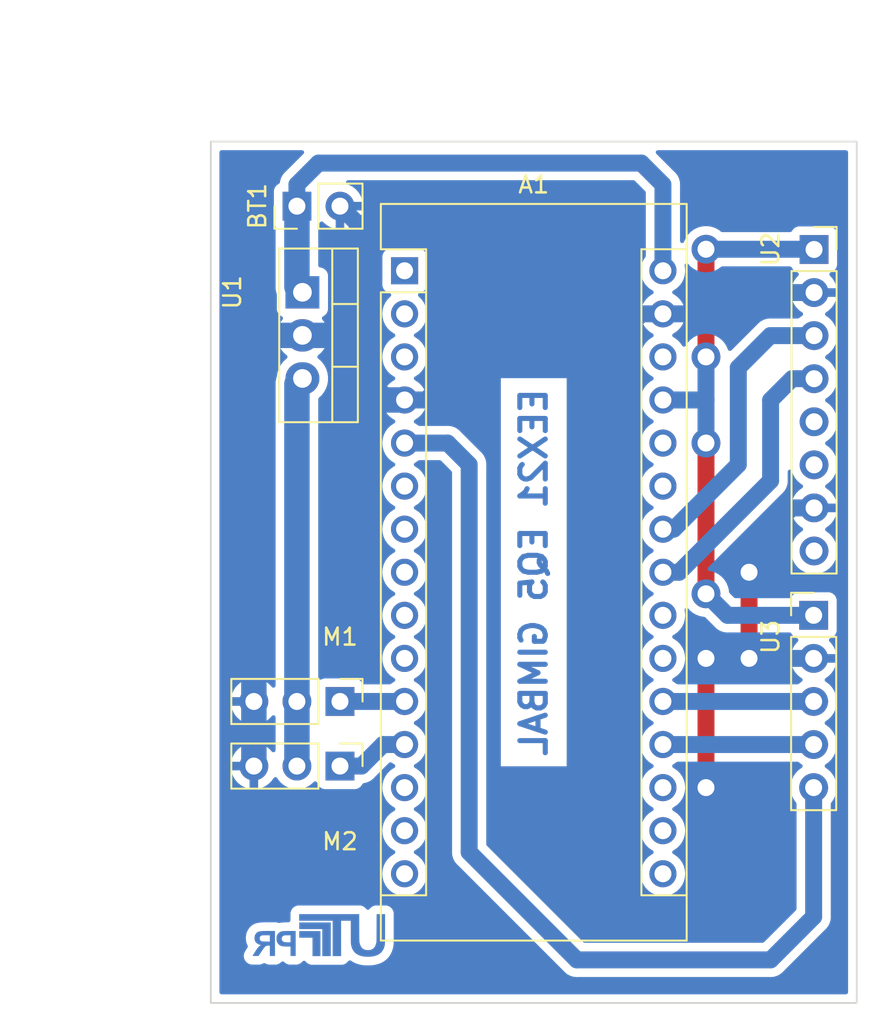
<source format=kicad_pcb>
(kicad_pcb (version 20211014) (generator pcbnew)
  (layers (0 "F.Cu" signal) (31 "B.Cu" signal) (34 "B.Paste" user) (35 "F.Paste" user) (36 "B.SilkS" user "B.Silkscreen") (37 "F.SilkS" user "F.Silkscreen") (38 "B.Mask" user) (39 "F.Mask" user) (44 "Edge.Cuts" user))
  (net 0 "")
  (net 4 "Earth")
  (net 5 "Net-(A1-Pad5)")
  (net 11 "Net-(A1-Pad11)")
  (net 12 "Net-(A1-Pad12)")
  (net 19 "Net-(A1-Pad19)")
  (net 20 "Net-(A1-Pad20)")
  (net 23 "Net-(A1-Pad23)")
  (net 24 "Net-(A1-Pad24)")
  (net 27 "+5V")
  (net 29 "VCC")
  (net 30 "Net-(M1-Pad2)")
  (footprint "Connector_PinHeader_2.54mm:PinHeader_1x03_P2.54mm_Vertical" (layer "F.Cu") (at 138.43 97.79 -90)
    (fp_text reference "M1" (at -3.81 0) (layer "F.SilkS"))
    (fp_text value "Motor_Servo")
    (fp_line (start -1.33 1.27) (end 1.33 1.27) (layer "F.SilkS") (width 0.12))
    (fp_line (start -1.33 6.41) (end 1.33 6.41) (layer "F.SilkS") (width 0.12))
    (fp_line (start -1.33 -1.33) (end 0 -1.33) (layer "F.SilkS") (width 0.12))
    (fp_line (start -1.33 1.27) (end -1.33 6.41) (layer "F.SilkS") (width 0.12))
    (fp_line (start -1.33 0) (end -1.33 -1.33) (layer "F.SilkS") (width 0.12))
    (fp_line (start 1.33 1.27) (end 1.33 6.41) (layer "F.SilkS") (width 0.12))
    (pad "1" thru_hole rect (at 0 0 270) (size 1.7 1.7) (drill 1) (layers *.Cu *.Mask) (net 11 "Net-(A1-Pad11)"))
    (pad "2" thru_hole oval (at 0 2.54 270) (size 1.7 1.7) (drill 1) (layers *.Cu *.Mask) (net 30 "Net-(M1-Pad2)"))
    (pad "3" thru_hole oval (at 0 5.08 270) (size 1.7 1.7) (drill 1) (layers *.Cu *.Mask) (net 4 "Earth"))
  )
  (footprint "Connector_PinHeader_2.54mm:PinHeader_1x02_P2.54mm_Vertical" (layer "F.Cu") (at 135.89 68.58 90)
    (fp_text reference "BT1" (at 0 -2.33 90) (layer "F.SilkS"))
    (fp_text value "7.4V")
    (fp_line (start -1.33 1.27) (end 1.33 1.27) (layer "F.SilkS") (width 0.12))
    (fp_line (start -1.33 1.27) (end -1.33 3.87) (layer "F.SilkS") (width 0.12))
    (fp_line (start 1.33 1.27) (end 1.33 3.87) (layer "F.SilkS") (width 0.12))
    (fp_line (start -1.33 3.87) (end 1.33 3.87) (layer "F.SilkS") (width 0.12))
    (fp_line (start -1.33 -1.33) (end 0 -1.33) (layer "F.SilkS") (width 0.12))
    (fp_line (start -1.33 0) (end -1.33 -1.33) (layer "F.SilkS") (width 0.12))
    (pad "1" thru_hole rect (at 0 0 90) (size 1.7 1.7) (drill 1) (layers *.Cu *.Mask) (net 29 "VCC"))
    (pad "2" thru_hole oval (at 0 2.54 90) (size 1.7 1.7) (drill 1) (layers *.Cu *.Mask) (net 4 "Earth"))
  )
  (footprint "Module:Arduino_Nano" (layer "F.Cu") (at 142.24 72.39)
    (fp_text reference "A1" (at 7.62 -5.08) (layer "F.SilkS"))
    (fp_text value "Arduino_Nano_v3.x")
    (fp_line (start 1.27 1.27) (end 1.27 -1.27) (layer "F.SilkS") (width 0.12))
    (fp_line (start 13.97 -1.27) (end 13.97 36.83) (layer "F.SilkS") (width 0.12))
    (fp_line (start 1.27 36.83) (end -1.4 36.83) (layer "F.SilkS") (width 0.12))
    (fp_line (start 1.27 -1.27) (end -1.4 -1.27) (layer "F.SilkS") (width 0.12))
    (fp_line (start -1.4 39.5) (end 16.64 39.5) (layer "F.SilkS") (width 0.12))
    (fp_line (start 13.97 -1.27) (end 16.64 -1.27) (layer "F.SilkS") (width 0.12))
    (fp_line (start 1.27 1.27) (end -1.4 1.27) (layer "F.SilkS") (width 0.12))
    (fp_line (start 1.27 1.27) (end 1.27 36.83) (layer "F.SilkS") (width 0.12))
    (fp_line (start -1.4 1.27) (end -1.4 39.5) (layer "F.SilkS") (width 0.12))
    (fp_line (start 16.64 -3.94) (end -1.4 -3.94) (layer "F.SilkS") (width 0.12))
    (fp_line (start 16.64 39.5) (end 16.64 -3.94) (layer "F.SilkS") (width 0.12))
    (fp_line (start -1.4 -3.94) (end -1.4 -1.27) (layer "F.SilkS") (width 0.12))
    (fp_line (start 13.97 36.83) (end 16.64 36.83) (layer "F.SilkS") (width 0.12))
    (pad "1" thru_hole rect (at 0 0) (size 1.6 1.6) (drill 1) (layers *.Cu *.Mask))
    (pad "2" thru_hole oval (at 0 2.54) (size 1.6 1.6) (drill 1) (layers *.Cu *.Mask))
    (pad "3" thru_hole oval (at 0 5.08) (size 1.6 1.6) (drill 1) (layers *.Cu *.Mask))
    (pad "4" thru_hole oval (at 0 7.62) (size 1.6 1.6) (drill 1) (layers *.Cu *.Mask) (net 4 "Earth"))
    (pad "5" thru_hole oval (at 0 10.16) (size 1.6 1.6) (drill 1) (layers *.Cu *.Mask) (net 5 "Net-(A1-Pad5)"))
    (pad "6" thru_hole oval (at 0 12.7) (size 1.6 1.6) (drill 1) (layers *.Cu *.Mask))
    (pad "7" thru_hole oval (at 0 15.24) (size 1.6 1.6) (drill 1) (layers *.Cu *.Mask))
    (pad "8" thru_hole oval (at 0 17.78) (size 1.6 1.6) (drill 1) (layers *.Cu *.Mask))
    (pad "9" thru_hole oval (at 0 20.32) (size 1.6 1.6) (drill 1) (layers *.Cu *.Mask))
    (pad "10" thru_hole oval (at 0 22.86) (size 1.6 1.6) (drill 1) (layers *.Cu *.Mask))
    (pad "11" thru_hole oval (at 0 25.4) (size 1.6 1.6) (drill 1) (layers *.Cu *.Mask) (net 11 "Net-(A1-Pad11)"))
    (pad "12" thru_hole oval (at 0 27.94) (size 1.6 1.6) (drill 1) (layers *.Cu *.Mask) (net 12 "Net-(A1-Pad12)"))
    (pad "13" thru_hole oval (at 0 30.48) (size 1.6 1.6) (drill 1) (layers *.Cu *.Mask))
    (pad "14" thru_hole oval (at 0 33.02) (size 1.6 1.6) (drill 1) (layers *.Cu *.Mask))
    (pad "15" thru_hole oval (at 0 35.56) (size 1.6 1.6) (drill 1) (layers *.Cu *.Mask))
    (pad "16" thru_hole oval (at 15.24 35.56) (size 1.6 1.6) (drill 1) (layers *.Cu *.Mask))
    (pad "17" thru_hole oval (at 15.24 33.02) (size 1.6 1.6) (drill 1) (layers *.Cu *.Mask))
    (pad "18" thru_hole oval (at 15.24 30.48) (size 1.6 1.6) (drill 1) (layers *.Cu *.Mask))
    (pad "19" thru_hole oval (at 15.24 27.94) (size 1.6 1.6) (drill 1) (layers *.Cu *.Mask) (net 19 "Net-(A1-Pad19)"))
    (pad "20" thru_hole oval (at 15.24 25.4) (size 1.6 1.6) (drill 1) (layers *.Cu *.Mask) (net 20 "Net-(A1-Pad20)"))
    (pad "21" thru_hole oval (at 15.24 22.86) (size 1.6 1.6) (drill 1) (layers *.Cu *.Mask))
    (pad "22" thru_hole oval (at 15.24 20.32) (size 1.6 1.6) (drill 1) (layers *.Cu *.Mask))
    (pad "23" thru_hole oval (at 15.24 17.78) (size 1.6 1.6) (drill 1) (layers *.Cu *.Mask) (net 23 "Net-(A1-Pad23)"))
    (pad "24" thru_hole oval (at 15.24 15.24) (size 1.6 1.6) (drill 1) (layers *.Cu *.Mask) (net 24 "Net-(A1-Pad24)"))
    (pad "25" thru_hole oval (at 15.24 12.7) (size 1.6 1.6) (drill 1) (layers *.Cu *.Mask))
    (pad "26" thru_hole oval (at 15.24 10.16) (size 1.6 1.6) (drill 1) (layers *.Cu *.Mask))
    (pad "27" thru_hole oval (at 15.24 7.62) (size 1.6 1.6) (drill 1) (layers *.Cu *.Mask) (net 27 "+5V"))
    (pad "28" thru_hole oval (at 15.24 5.08) (size 1.6 1.6) (drill 1) (layers *.Cu *.Mask))
    (pad "29" thru_hole oval (at 15.24 2.54) (size 1.6 1.6) (drill 1) (layers *.Cu *.Mask) (net 4 "Earth"))
    (pad "30" thru_hole oval (at 15.24 0) (size 1.6 1.6) (drill 1) (layers *.Cu *.Mask) (net 29 "VCC"))
  )
  (footprint "Package_TO_SOT_THT:TO-220-3_Vertical" (layer "F.Cu") (at 136.215 73.66 -90)
    (fp_text reference "U1" (at 0 4.135 90) (layer "F.SilkS"))
    (fp_text value "LM7805_TO220")
    (fp_line (start -2.58 -1.76) (end 7.66 -1.76) (layer "F.SilkS") (width 0.12))
    (fp_line (start -2.58 -3.27) (end -2.58 1.371) (layer "F.SilkS") (width 0.12))
    (fp_line (start 4.391 -3.27) (end 4.391 -1.76) (layer "F.SilkS") (width 0.12))
    (fp_line (start -2.58 1.371) (end 7.66 1.371) (layer "F.SilkS") (width 0.12))
    (fp_line (start 0.69 -3.27) (end 0.69 -1.76) (layer "F.SilkS") (width 0.12))
    (fp_line (start -2.58 -3.27) (end 7.66 -3.27) (layer "F.SilkS") (width 0.12))
    (fp_line (start 7.66 -3.27) (end 7.66 1.371) (layer "F.SilkS") (width 0.12))
    (pad "1" thru_hole rect (at 0 0 270) (size 1.905 2) (drill 1.1) (layers *.Cu *.Mask) (net 29 "VCC"))
    (pad "2" thru_hole oval (at 2.54 0 270) (size 1.905 2) (drill 1.1) (layers *.Cu *.Mask) (net 4 "Earth"))
    (pad "3" thru_hole oval (at 5.08 0 270) (size 1.905 2) (drill 1.1) (layers *.Cu *.Mask) (net 30 "Net-(M1-Pad2)"))
  )
  (footprint "Connector_PinHeader_2.54mm:PinHeader_1x05_P2.54mm_Vertical" (layer "F.Cu") (at 166.37 92.71)
    (fp_text reference "U3" (at -2.54 1.27 90) (layer "F.SilkS"))
    (fp_text value "Joystick")
    (fp_line (start -1.33 1.27) (end -1.33 11.49) (layer "F.SilkS") (width 0.12))
    (fp_line (start -1.33 1.27) (end 1.33 1.27) (layer "F.SilkS") (width 0.12))
    (fp_line (start 1.33 1.27) (end 1.33 11.49) (layer "F.SilkS") (width 0.12))
    (fp_line (start -1.33 11.49) (end 1.33 11.49) (layer "F.SilkS") (width 0.12))
    (fp_line (start -1.33 0) (end -1.33 -1.33) (layer "F.SilkS") (width 0.12))
    (fp_line (start -1.33 -1.33) (end 0 -1.33) (layer "F.SilkS") (width 0.12))
    (pad "1" thru_hole rect (at 0 0) (size 1.7 1.7) (drill 1) (layers *.Cu *.Mask) (net 27 "+5V"))
    (pad "2" thru_hole oval (at 0 2.54) (size 1.7 1.7) (drill 1) (layers *.Cu *.Mask) (net 4 "Earth"))
    (pad "3" thru_hole oval (at 0 5.08) (size 1.7 1.7) (drill 1) (layers *.Cu *.Mask) (net 20 "Net-(A1-Pad20)"))
    (pad "4" thru_hole oval (at 0 7.62) (size 1.7 1.7) (drill 1) (layers *.Cu *.Mask) (net 19 "Net-(A1-Pad19)"))
    (pad "5" thru_hole oval (at 0 10.16) (size 1.7 1.7) (drill 1) (layers *.Cu *.Mask) (net 5 "Net-(A1-Pad5)"))
  )
  (footprint "Connector_PinHeader_2.54mm:PinHeader_1x03_P2.54mm_Vertical" (layer "F.Cu") (at 138.43 101.6 -90)
    (fp_text reference "M2" (at 4.445 0) (layer "F.SilkS"))
    (fp_text value "Motor_Servo")
    (fp_line (start -1.33 6.41) (end 1.33 6.41) (layer "F.SilkS") (width 0.12))
    (fp_line (start -1.33 0) (end -1.33 -1.33) (layer "F.SilkS") (width 0.12))
    (fp_line (start -1.33 1.27) (end 1.33 1.27) (layer "F.SilkS") (width 0.12))
    (fp_line (start -1.33 1.27) (end -1.33 6.41) (layer "F.SilkS") (width 0.12))
    (fp_line (start -1.33 -1.33) (end 0 -1.33) (layer "F.SilkS") (width 0.12))
    (fp_line (start 1.33 1.27) (end 1.33 6.41) (layer "F.SilkS") (width 0.12))
    (pad "1" thru_hole rect (at 0 0 270) (size 1.7 1.7) (drill 1) (layers *.Cu *.Mask) (net 12 "Net-(A1-Pad12)"))
    (pad "2" thru_hole oval (at 0 2.54 270) (size 1.7 1.7) (drill 1) (layers *.Cu *.Mask) (net 30 "Net-(M1-Pad2)"))
    (pad "3" thru_hole oval (at 0 5.08 270) (size 1.7 1.7) (drill 1) (layers *.Cu *.Mask) (net 4 "Earth"))
  )
  (footprint "Connector_PinSocket_2.54mm:PinSocket_1x08_P2.54mm_Vertical" (layer "F.Cu") (at 166.395 71.135)
    (fp_text reference "U2" (at -2.565 -0.015 90) (layer "F.SilkS"))
    (fp_text value "GY-521")
    (fp_line (start -1.33 19.11) (end 1.33 19.11) (layer "F.SilkS") (width 0.12))
    (fp_line (start 1.33 -1.33) (end 1.33 0) (layer "F.SilkS") (width 0.12))
    (fp_line (start 0 -1.33) (end 1.33 -1.33) (layer "F.SilkS") (width 0.12))
    (fp_line (start -1.33 1.27) (end -1.33 19.11) (layer "F.SilkS") (width 0.12))
    (fp_line (start 1.33 1.27) (end 1.33 19.11) (layer "F.SilkS") (width 0.12))
    (fp_line (start -1.33 1.27) (end 1.33 1.27) (layer "F.SilkS") (width 0.12))
    (pad "1" thru_hole rect (at 0 0) (size 1.7 1.7) (drill 1) (layers *.Cu *.Mask) (net 27 "+5V"))
    (pad "2" thru_hole oval (at 0 2.54) (size 1.7 1.7) (drill 1) (layers *.Cu *.Mask) (net 4 "Earth"))
    (pad "3" thru_hole oval (at 0 5.08) (size 1.7 1.7) (drill 1) (layers *.Cu *.Mask) (net 24 "Net-(A1-Pad24)"))
    (pad "4" thru_hole oval (at 0 7.62) (size 1.7 1.7) (drill 1) (layers *.Cu *.Mask) (net 23 "Net-(A1-Pad23)"))
    (pad "5" thru_hole oval (at 0 10.16) (size 1.7 1.7) (drill 1) (layers *.Cu *.Mask))
    (pad "6" thru_hole oval (at 0 12.7) (size 1.7 1.7) (drill 1) (layers *.Cu *.Mask))
    (pad "7" thru_hole oval (at 0 15.24) (size 1.7 1.7) (drill 1) (layers *.Cu *.Mask) (net 4 "Earth"))
    (pad "8" thru_hole oval (at 0 17.78) (size 1.7 1.7) (drill 1) (layers *.Cu *.Mask))
  )
  (footprint "images:utfpr" (layer "B.Cu") (at 137.16 111.76 180)
    (fp_text reference "Logo" hide)
    (fp_text value "LOGO" hide)
    (fp_poly (pts (xy 1.627053 0.437323) (xy 1.751392 0.436723) (xy 1.861003 0.435114) (xy 1.955745 0.432503) (xy 2.035476 0.428899) (xy 2.100055 0.424306) (xy 2.149339 0.418731) (xy 2.183186 0.412181) (xy 2.186373 0.41128) (xy 2.258186 0.382051) (xy 2.322378 0.340069) (xy 2.3774 0.286977) (xy 2.421707 0.22442) (xy 2.453749 0.154042) (xy 2.464951 0.115322) (xy 2.471633 0.074478) (xy 2.47545 0.024278) (xy 2.476412 -0.030086) (xy 2.474531 -0.08342) (xy 2.469819 -0.130532) (xy 2.464337 -0.159038) (xy 2.43737 -0.23314) (xy 2.397164 -0.300548) (xy 2.345323 -0.359452) (xy 2.283451 -0.408041) (xy 2.213152 -0.444508) (xy 2.210293 -0.445647) (xy 2.167629 -0.458781) (xy 2.113021 -0.469105) (xy 2.045678 -0.476697) (xy 1.964809 -0.481638) (xy 1.869624 -0.484006) (xy 1.826284 -0.484252) (xy 1.648538 -0.484404) (xy 1.648538 -1.039126) (xy 1.343832 -1.039126) (xy 1.343832 0.181161) (xy 1.648538 0.181161) (xy 1.648538 -0.234389) (xy 1.75206 -0.234126) (xy 1.800811 -0.233392) (xy 1.853489 -0.231603) (xy 1.903208 -0.229044) (xy 1.937619 -0.226507) (xy 1.981169 -0.221716) (xy 2.013938 -0.215655) (xy 2.040771 -0.207194) (xy 2.062291 -0.19739) (xy 2.106844 -0.166922) (xy 2.139597 -0.128606) (xy 2.160574 -0.084809) (xy 2.169799 -0.037899) (xy 2.167296 0.009758) (xy 2.15309 0.055793) (xy 2.127204 0.09784) (xy 2.089663 0.133532) (xy 2.058719 0.152354) (xy 2.011842 0.175792) (xy 1.83019 0.178477) (xy 1.648538 0.181161) (xy 1.343832 0.181161) (xy 1.343832 0.437527)) (layer "B.Cu") (width 0) (fill solid))
    (fp_poly (pts (xy 2.900569 0.437508) (xy 3.019291 0.437194) (xy 3.123583 0.436136) (xy 3.214629 0.434139) (xy 3.293614 0.431009) (xy 3.361725 0.426551) (xy 3.420146 0.420571) (xy 3.470062 0.412874) (xy 3.512659 0.403266) (xy 3.549123 0.391552) (xy 3.580638 0.377538) (xy 3.608389 0.361029) (xy 3.633563 0.34183) (xy 3.657345 0.319748) (xy 3.664818 0.312079) (xy 3.709083 0.254769) (xy 3.742405 0.188242) (xy 3.764189 0.114989) (xy 3.773839 0.037502) (xy 3.770759 -0.041728) (xy 3.761627 -0.093078) (xy 3.737533 -0.162333) (xy 3.70017 -0.224517) (xy 3.650704 -0.278551) (xy 3.590299 -0.323354) (xy 3.52012 -0.357847) (xy 3.454377 -0.378084) (xy 3.428555 -0.384443) (xy 3.409557 -0.38975) (xy 3.401804 -0.3927) (xy 3.406376 -0.398136) (xy 3.421209 -0.410047) (xy 3.443537 -0.426274) (xy 3.45453 -0.433887) (xy 3.495823 -0.465908) (xy 3.537204 -0.506039) (xy 3.579997 -0.55584) (xy 3.625527 -0.616874) (xy 3.675122 -0.690703) (xy 3.683057 -0.703077) (xy 3.73314 -0.781655) (xy 3.775279 -0.847904) (xy 3.809986 -0.902638) (xy 3.837769 -0.946671) (xy 3.859138 -0.980815) (xy 3.874604 -1.005885) (xy 3.884676 -1.022694) (xy 3.889865 -1.032056) (xy 3.890864 -1.034606) (xy 3.883416 -1.035896) (xy 3.862531 -1.037042) (xy 3.830398 -1.03799) (xy 3.789207 -1.038684) (xy 3.741145 -1.039067) (xy 3.712461 -1.039126) (xy 3.534058 -1.039126) (xy 3.388102 -0.822316) (xy 3.337345 -0.747155) (xy 3.294213 -0.68391) (xy 3.257802 -0.63141) (xy 3.227205 -0.588479) (xy 3.201516 -0.553945) (xy 3.179829 -0.526634) (xy 3.161238 -0.505371) (xy 3.144836 -0.488985) (xy 3.129717 -0.4763) (xy 3.114975 -0.466144) (xy 3.111412 -0.463964) (xy 3.085431 -0.449855) (xy 3.060212 -0.440162) (xy 3.031856 -0.434112) (xy 2.996465 -0.430928) (xy 2.950141 -0.429835) (xy 2.939634 -0.429799) (xy 2.867363 -0.429714) (xy 2.867363 -1.039126) (xy 2.562657 -1.039126) (xy 2.562657 -0.189496) (xy 2.867363 -0.189496) (xy 3.091987 -0.185356) (xy 3.163472 -0.183715) (xy 3.225376 -0.181636) (xy 3.276355 -0.179189) (xy 3.315062 -0.176445) (xy 3.340153 -0.173474) (xy 3.3471 -0.171947) (xy 3.370031 -0.16118) (xy 3.396228 -0.143462) (xy 3.411859 -0.130171) (xy 3.442408 -0.091091) (xy 3.460616 -0.045659) (xy 3.46646 0.002896) (xy 3.459918 0.051341) (xy 3.440965 0.096446) (xy 3.413741 0.131066) (xy 3.399088 0.144136) (xy 3.383567 0.154656) (xy 3.365362 0.162896) (xy 3.342652 0.169128) (xy 3.313621 0.173625) (xy 3.27645 0.176658) (xy 3.229321 0.1785) (xy 3.170415 0.179422) (xy 3.097915 0.179697) (xy 3.088615 0.179699) (xy 2.867363 0.179699) (xy 2.867363 -0.189496) (xy 2.562657 -0.189496) (xy 2.562657 0.437527)) (layer "B.Cu") (width 0) (fill solid))
    (fp_poly (pts (xy 1.132882 0.546909) (xy -0.226577 0.546909) (xy -0.226577 -1.046939) (xy -0.726608 -1.046939) (xy -0.726608 0.937558) (xy 1.132882 0.937558)) (layer "B.Cu") (width 0) (fill solid))
    (fp_poly (pts (xy -3.427687 0.615273) (xy -3.427227 0.484558) (xy -3.426792 0.368507) (xy -3.426362 0.266158) (xy -3.425915 0.176548) (xy -3.42543 0.098716) (xy -3.424888 0.031699) (xy -3.424266 -0.025465) (xy -3.423544 -0.073738) (xy -3.4227 -0.114082) (xy -3.421715 -0.147459) (xy -3.420567 -0.174831) (xy -3.419235 -0.197161) (xy -3.417699 -0.215411) (xy -3.415937 -0.230542) (xy -3.413928 -0.243518) (xy -3.411652 -0.255299) (xy -3.409088 -0.266848) (xy -3.408461 -0.269547) (xy -3.381912 -0.364208) (xy -3.349232 -0.445168) (xy -3.309607 -0.513423) (xy -3.262219 -0.569966) (xy -3.206252 -0.615794) (xy -3.14089 -0.6519) (xy -3.074408 -0.676587) (xy -3.037543 -0.684321) (xy -2.989919 -0.689317) (xy -2.936165 -0.691576) (xy -2.880906 -0.691098) (xy -2.82877 -0.687882) (xy -2.784382 -0.681929) (xy -2.761889 -0.676594) (xy -2.688944 -0.648675) (xy -2.625662 -0.611695) (xy -2.571283 -0.564704) (xy -2.525049 -0.506749) (xy -2.4862 -0.43688) (xy -2.453977 -0.354144) (xy -2.427674 -0.257828) (xy -2.424943 -0.245608) (xy -2.422519 -0.233624) (xy -2.42038 -0.220906) (xy -2.418504 -0.206481) (xy -2.416871 -0.189379) (xy -2.415459 -0.168628) (xy -2.414246 -0.143258) (xy -2.413211 -0.112296) (xy -2.412332 -0.074773) (xy -2.411588 -0.029716) (xy -2.410958 0.023846) (xy -2.41042 0.086883) (xy -2.409953 0.160367) (xy -2.409535 0.24527) (xy -2.409144 0.342562) (xy -2.40876 0.453214) (xy -2.408361 0.578199) (xy -2.408222 0.623086) (xy -2.405717 1.429776) (xy 1.140695 1.429776) (xy 1.140695 1.039127) (xy -0.835989 1.039127) (xy -0.835989 -1.046939) (xy -1.33602 -1.046939) (xy -1.33602 1.039127) (xy -1.906368 1.039127) (xy -1.906368 0.398863) (xy -1.906413 0.27352) (xy -1.906583 0.162673) (xy -1.906929 0.06519) (xy -1.907501 -0.020059) (xy -1.90835 -0.094205) (xy -1.909528 -0.158378) (xy -1.911085 -0.21371) (xy -1.913072 -0.26133) (xy -1.915539 -0.302369) (xy -1.918539 -0.337958) (xy -1.922121 -0.369228) (xy -1.926337 -0.397309) (xy -1.931237 -0.423332) (xy -1.936873 -0.448428) (xy -1.943295 -0.473726) (xy -1.946117 -0.484236) (xy -1.982379 -0.59224) (xy -2.029595 -0.689389) (xy -2.08788 -0.775771) (xy -2.157349 -0.851475) (xy -2.238116 -0.91659) (xy -2.330297 -0.971204) (xy -2.434005 -1.015406) (xy -2.549356 -1.049284) (xy -2.676465 -1.072927) (xy -2.715328 -1.077857) (xy -2.744874 -1.080197) (xy -2.786358 -1.082071) (xy -2.836178 -1.083454) (xy -2.890733 -1.084317) (xy -2.946421 -1.084635) (xy -2.999643 -1.084381) (xy -3.046796 -1.083527) (xy -3.08428 -1.082047) (xy -3.101754 -1.080736) (xy -3.233326 -1.060994) (xy -3.361123 -1.029217) (xy -3.415977 -1.011299) (xy -3.516604 -0.967992) (xy -3.607075 -0.912896) (xy -3.68704 -0.846384) (xy -3.756149 -0.768833) (xy -3.814053 -0.68062) (xy -3.8604 -0.582119) (xy -3.885886 -0.506882) (xy -3.892508 -0.483818) (xy -3.898432 -0.462196) (xy -3.903694 -0.441053) (xy -3.908336 -0.419427) (xy -3.912394 -0.396358) (xy -3.91591 -0.370882) (xy -3.918921 -0.342038) (xy -3.921467 -0.308864) (xy -3.923587 -0.270398) (xy -3.925319 -0.225678) (xy -3.926704 -0.173742) (xy -3.927779 -0.113629) (xy -3.928584 -0.044375) (xy -3.929158 0.034979) (xy -3.92954 0.125398) (xy -3.92977 0.227841) (xy -3.929885 0.343272) (xy -3.929925 0.472653) (xy -3.92993 0.578398) (xy -3.92993 1.429776) (xy -3.430511 1.429776)) (layer "B.Cu") (width 0) (fill solid))
    (fp_poly (pts (xy 1.132882 0.039065) (xy 0.351584 0.039065) (xy 0.351584 -1.046939) (xy -0.117195 -1.046939) (xy -0.117195 0.429714) (xy 1.132882 0.429714)) (layer "B.Cu") (width 0) (fill solid))
  )
  (gr_rect (start 168.91 115.57) (end 130.81 64.77) (layer "Edge.Cuts") (width 0.1) (fill none))
  (gr_text "EEX21 EQ5 GIMBAL" (at 149.86 90.17 90) (layer "B.Cu") (effects (font (size 1.5 1.5) (thickness 0.3)) (justify mirror)))
  (segment (start 160.02 102.87) (end 160.02 95.25) (width 1) (layer "F.Cu") (net 4))
  (segment (start 162.56 95.25) (end 162.56 90.17) (width 1) (layer "F.Cu") (net 4))
  (via (at 162.56 95.25) (size 1.7) (drill 1) (layers "F.Cu" "B.Cu") (net 4))
  (via (at 162.56 90.17) (size 1.7) (drill 1) (layers "F.Cu" "B.Cu") (net 4))
  (via (at 160.02 102.87) (size 1.7) (drill 1) (layers "F.Cu" "B.Cu") (net 4))
  (via (at 160.02 95.25) (size 1.7) (drill 1) (layers "F.Cu" "B.Cu") (net 4))
  (segment (start 156.21 74.93) (end 157.48 74.93) (width 1) (layer "B.Cu") (net 4))
  (segment (start 160.02 95.25) (end 162.56 95.25) (width 1) (layer "B.Cu") (net 4))
  (segment (start 138.43 76.2) (end 139.7 77.47) (width 1) (layer "B.Cu") (net 4))
  (segment (start 136.215 76.2) (end 138.43 76.2) (width 1.5) (layer "B.Cu") (net 4))
  (segment (start 139.7 78.74) (end 140.97 80.01) (width 1.5) (layer "B.Cu") (net 4))
  (segment (start 153.67 108.585) (end 153.67 77.47) (width 1) (layer "B.Cu") (net 4))
  (segment (start 133.35 77.47) (end 134.62 76.2) (width 1.5) (layer "B.Cu") (net 4))
  (segment (start 162.56 88.9) (end 165.085 86.375) (width 1) (layer "B.Cu") (net 4))
  (segment (start 138.43 68.58) (end 139.7 69.85) (width 1) (layer "B.Cu") (net 4))
  (segment (start 133.35 97.79) (end 133.35 77.47) (width 1.5) (layer "B.Cu") (net 4))
  (segment (start 153.67 77.47) (end 156.21 74.93) (width 1) (layer "B.Cu") (net 4))
  (segment (start 139.7 69.85) (end 139.7 77.47) (width 1.5) (layer "B.Cu") (net 4))
  (segment (start 159.385 110.49) (end 155.575 110.49) (width 1) (layer "B.Cu") (net 4))
  (segment (start 157.48 74.93) (end 161.29 74.93) (width 1) (layer "B.Cu") (net 4))
  (segment (start 160.655 103.505) (end 160.655 109.22) (width 1) (layer "B.Cu") (net 4))
  (segment (start 165.085 86.375) (end 166.355 86.375) (width 1) (layer "B.Cu") (net 4))
  (segment (start 133.35 101.6) (end 133.35 97.79) (width 1.5) (layer "B.Cu") (net 4))
  (segment (start 162.56 90.17) (end 162.56 88.9) (width 1) (layer "B.Cu") (net 4))
  (segment (start 162.56 73.66) (end 162.575 73.675) (width 1) (layer "B.Cu") (net 4))
  (segment (start 148.59 74.93) (end 143.51 80.01) (width 1) (layer "B.Cu") (net 4))
  (segment (start 140.97 80.01) (end 142.24 80.01) (width 1.5) (layer "B.Cu") (net 4))
  (segment (start 139.7 77.47) (end 139.7 78.74) (width 1.5) (layer "B.Cu") (net 4))
  (segment (start 134.62 76.2) (end 136.215 76.2) (width 1.5) (layer "B.Cu") (net 4))
  (segment (start 166.37 95.25) (end 162.56 95.25) (width 1) (layer "B.Cu") (net 4))
  (segment (start 156.21 74.93) (end 148.59 74.93) (width 1) (layer "B.Cu") (net 4))
  (segment (start 160.655 109.22) (end 159.385 110.49) (width 1) (layer "B.Cu") (net 4))
  (segment (start 161.29 74.93) (end 162.56 73.66) (width 1) (layer "B.Cu") (net 4))
  (segment (start 160.02 102.87) (end 160.655 103.505) (width 1) (layer "B.Cu") (net 4))
  (segment (start 143.51 80.01) (end 142.24 80.01) (width 1) (layer "B.Cu") (net 4))
  (segment (start 155.575 110.49) (end 153.67 108.585) (width 1) (layer "B.Cu") (net 4))
  (segment (start 166.355 86.375) (end 166.395 86.375) (width 1.5) (layer "B.Cu") (net 4))
  (segment (start 162.575 73.675) (end 166.395 73.675) (width 1) (layer "B.Cu") (net 4))
  (segment (start 152.4 113.03) (end 146.05 106.68) (width 1) (layer "B.Cu") (net 5))
  (segment (start 163.83 113.03) (end 152.4 113.03) (width 1) (layer "B.Cu") (net 5))
  (segment (start 146.05 106.68) (end 146.05 83.82) (width 1) (layer "B.Cu") (net 5))
  (segment (start 146.05 83.82) (end 144.78 82.55) (width 1) (layer "B.Cu") (net 5))
  (segment (start 144.78 82.55) (end 142.24 82.55) (width 1) (layer "B.Cu") (net 5))
  (segment (start 166.37 102.87) (end 166.37 110.49) (width 1) (layer "B.Cu") (net 5))
  (segment (start 166.37 110.49) (end 163.83 113.03) (width 1) (layer "B.Cu") (net 5))
  (segment (start 138.43 97.79) (end 142.24 97.79) (width 1) (layer "B.Cu") (net 11))
  (segment (start 140.97 100.33) (end 142.24 100.33) (width 1) (layer "B.Cu") (net 12))
  (segment (start 138.43 101.6) (end 139.7 101.6) (width 1) (layer "B.Cu") (net 12))
  (segment (start 139.7 101.6) (end 140.97 100.33) (width 1) (layer "B.Cu") (net 12))
  (segment (start 157.48 100.33) (end 166.37 100.33) (width 1) (layer "B.Cu") (net 19))
  (segment (start 166.37 97.79) (end 157.48 97.79) (width 1) (layer "B.Cu") (net 20))
  (segment (start 166.395 78.755) (end 165.1 78.755) (width 1) (layer "B.Cu") (net 23))
  (segment (start 158.4325 90.17) (end 157.48 90.17) (width 1) (layer "B.Cu") (net 23))
  (segment (start 165.1 78.755) (end 163.83 80.025) (width 1) (layer "B.Cu") (net 23))
  (segment (start 163.83 84.7725) (end 158.4325 90.17) (width 1) (layer "B.Cu") (net 23))
  (segment (start 163.83 80.025) (end 163.83 84.7725) (width 1) (layer "B.Cu") (net 23))
  (segment (start 161.925 83.82) (end 158.115 87.63) (width 1) (layer "B.Cu") (net 24))
  (segment (start 163.815 76.215) (end 161.925 78.105) (width 1) (layer "B.Cu") (net 24))
  (segment (start 161.925 78.105) (end 161.925 83.82) (width 1) (layer "B.Cu") (net 24))
  (segment (start 166.395 76.215) (end 163.815 76.215) (width 1) (layer "B.Cu") (net 24))
  (segment (start 158.115 87.63) (end 157.48 87.63) (width 1) (layer "B.Cu") (net 24))
  (segment (start 160.02 77.47) (end 160.02 71.12) (width 1) (layer "F.Cu") (net 27))
  (segment (start 160.02 82.55) (end 160.02 91.44) (width 1) (layer "F.Cu") (net 27))
  (via (at 160.02 91.44) (size 1.7) (drill 1) (layers "F.Cu" "B.Cu") (net 27))
  (via (at 160.02 82.55) (size 1.7) (drill 1) (layers "F.Cu" "B.Cu") (net 27))
  (via (at 160.02 71.12) (size 1.7) (drill 1) (layers "F.Cu" "B.Cu") (net 27))
  (via (at 160.02 77.47) (size 1.7) (drill 1) (layers "F.Cu" "B.Cu") (net 27))
  (segment (start 160.02 80.01) (end 160.02 77.47) (width 1) (layer "B.Cu") (net 27))
  (segment (start 160.02 82.55) (end 160.02 80.01) (width 1) (layer "B.Cu") (net 27))
  (segment (start 157.48 80.01) (end 160.02 80.01) (width 1) (layer "B.Cu") (net 27))
  (segment (start 160.02 91.44) (end 161.29 92.71) (width 1) (layer "B.Cu") (net 27))
  (segment (start 161.29 92.71) (end 166.37 92.71) (width 1) (layer "B.Cu") (net 27))
  (segment (start 166.38 71.12) (end 166.395 71.135) (width 1) (layer "B.Cu") (net 27))
  (segment (start 160.02 71.12) (end 166.38 71.12) (width 1) (layer "B.Cu") (net 27))
  (segment (start 135.89 73.335) (end 136.215 73.66) (width 1) (layer "B.Cu") (net 29))
  (segment (start 136.215 73.66) (end 135.89 73.66) (width 1) (layer "B.Cu") (net 29))
  (segment (start 157.48 67.31) (end 157.48 72.39) (width 1) (layer "B.Cu") (net 29))
  (segment (start 137.16 66.04) (end 156.21 66.04) (width 1) (layer "B.Cu") (net 29))
  (segment (start 135.89 67.31) (end 137.16 66.04) (width 1) (layer "B.Cu") (net 29))
  (segment (start 135.89 68.58) (end 135.89 67.31) (width 1) (layer "B.Cu") (net 29))
  (segment (start 135.89 68.58) (end 135.89 73.335) (width 1.5) (layer "B.Cu") (net 29))
  (segment (start 156.21 66.04) (end 157.48 67.31) (width 1) (layer "B.Cu") (net 29))
  (segment (start 135.89 101.6) (end 135.89 97.79) (width 1.5) (layer "B.Cu") (net 30))
  (segment (start 135.89 97.79) (end 135.89 79.065) (width 1.5) (layer "B.Cu") (net 30))
  (segment (start 135.89 79.065) (end 136.215 78.74) (width 1) (layer "B.Cu") (net 30))
  (zone (net 4) (net_name "Earth") (layer "B.Cu") (connect_pads (clearance 0.508)) (min_thickness 0.254) (fill yes (thermal_gap 0.508) (thermal_bridge_width 0.508))
    (polygon (pts (xy 170.18 116.84) (xy 129.54 116.84) (xy 129.54 63.5) (xy 170.18 63.5)))
  )
)
</source>
